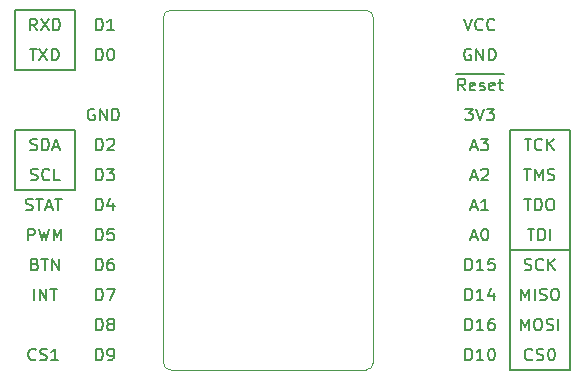
<source format=gbr>
%TF.GenerationSoftware,KiCad,Pcbnew,5.1.7+dfsg1-1~bpo10+1*%
%TF.CreationDate,Date%
%TF.ProjectId,ProMicro_TEST,50726f4d-6963-4726-9f5f-544553542e6b,v1.0*%
%TF.SameCoordinates,Original*%
%TF.FileFunction,Other,Comment*%
%FSLAX45Y45*%
G04 Gerber Fmt 4.5, Leading zero omitted, Abs format (unit mm)*
G04 Created by KiCad*
%MOMM*%
%LPD*%
G01*
G04 APERTURE LIST*
%ADD10C,0.150000*%
%TA.AperFunction,Profile*%
%ADD11C,0.100000*%
%TD*%
G04 APERTURE END LIST*
D10*
X-2814619Y1229524D02*
X-2800333Y1224762D01*
X-2776524Y1224762D01*
X-2767000Y1229524D01*
X-2762238Y1234286D01*
X-2757476Y1243810D01*
X-2757476Y1253333D01*
X-2762238Y1262857D01*
X-2767000Y1267619D01*
X-2776524Y1272381D01*
X-2795572Y1277143D01*
X-2805095Y1281905D01*
X-2809857Y1286667D01*
X-2814619Y1296191D01*
X-2814619Y1305714D01*
X-2809857Y1315238D01*
X-2805095Y1320000D01*
X-2795572Y1324762D01*
X-2771762Y1324762D01*
X-2757476Y1320000D01*
X-2728905Y1324762D02*
X-2671762Y1324762D01*
X-2700333Y1224762D02*
X-2700333Y1324762D01*
X-2643191Y1253333D02*
X-2595572Y1253333D01*
X-2652714Y1224762D02*
X-2619381Y1324762D01*
X-2586048Y1224762D01*
X-2567000Y1324762D02*
X-2509857Y1324762D01*
X-2538429Y1224762D02*
X-2538429Y1324762D01*
X-2737633Y769143D02*
X-2723348Y764381D01*
X-2718586Y759619D01*
X-2713824Y750095D01*
X-2713824Y735810D01*
X-2718586Y726286D01*
X-2723348Y721524D01*
X-2732872Y716762D01*
X-2770967Y716762D01*
X-2770967Y816762D01*
X-2737633Y816762D01*
X-2728110Y812000D01*
X-2723348Y807238D01*
X-2718586Y797714D01*
X-2718586Y788190D01*
X-2723348Y778667D01*
X-2728110Y773905D01*
X-2737633Y769143D01*
X-2770967Y769143D01*
X-2685252Y816762D02*
X-2628110Y816762D01*
X-2656681Y716762D02*
X-2656681Y816762D01*
X-2594776Y716762D02*
X-2594776Y816762D01*
X-2537633Y716762D01*
X-2537633Y816762D01*
X-2794776Y970762D02*
X-2794776Y1070762D01*
X-2756681Y1070762D01*
X-2747157Y1066000D01*
X-2742395Y1061238D01*
X-2737633Y1051714D01*
X-2737633Y1037429D01*
X-2742395Y1027905D01*
X-2747157Y1023143D01*
X-2756681Y1018381D01*
X-2794776Y1018381D01*
X-2704300Y1070762D02*
X-2680491Y970762D01*
X-2661443Y1042190D01*
X-2642395Y970762D01*
X-2618586Y1070762D01*
X-2580491Y970762D02*
X-2580491Y1070762D01*
X-2547157Y999333D01*
X-2513824Y1070762D01*
X-2513824Y970762D01*
X-2744776Y462762D02*
X-2744776Y562762D01*
X-2697157Y462762D02*
X-2697157Y562762D01*
X-2640014Y462762D01*
X-2640014Y562762D01*
X-2606681Y562762D02*
X-2549538Y562762D01*
X-2578110Y462762D02*
X-2578110Y562762D01*
X-2731286Y-35714D02*
X-2736048Y-40476D01*
X-2750333Y-45238D01*
X-2759857Y-45238D01*
X-2774143Y-40476D01*
X-2783667Y-30952D01*
X-2788429Y-21429D01*
X-2793191Y-2381D01*
X-2793191Y11905D01*
X-2788429Y30952D01*
X-2783667Y40476D01*
X-2774143Y50000D01*
X-2759857Y54762D01*
X-2750333Y54762D01*
X-2736048Y50000D01*
X-2731286Y45238D01*
X-2693191Y-40476D02*
X-2678905Y-45238D01*
X-2655095Y-45238D01*
X-2645572Y-40476D01*
X-2640810Y-35714D01*
X-2636048Y-26190D01*
X-2636048Y-16667D01*
X-2640810Y-7143D01*
X-2645572Y-2381D01*
X-2655095Y2381D01*
X-2674143Y7143D01*
X-2683667Y11905D01*
X-2688429Y16667D01*
X-2693191Y26190D01*
X-2693191Y35714D01*
X-2688429Y45238D01*
X-2683667Y50000D01*
X-2674143Y54762D01*
X-2650333Y54762D01*
X-2636048Y50000D01*
X-2540810Y-45238D02*
X-2597952Y-45238D01*
X-2569381Y-45238D02*
X-2569381Y54762D01*
X-2578905Y40476D01*
X-2588429Y30952D01*
X-2597952Y26190D01*
D11*
X127000Y2857500D02*
X127000Y-63500D01*
X-1651000Y-63500D02*
X-1651000Y2857500D01*
D10*
X-2400300Y2921000D02*
X-2400300Y2413000D01*
X-2908300Y2921000D02*
X-2400300Y2921000D01*
X-2908300Y2413000D02*
X-2908300Y2921000D01*
X-2400300Y2413000D02*
X-2908300Y2413000D01*
X-2908300Y1905000D02*
X-2400300Y1905000D01*
X-2908300Y1397000D02*
X-2908300Y1905000D01*
X-2400300Y1397000D02*
X-2908300Y1397000D01*
X-2400300Y1905000D02*
X-2400300Y1397000D01*
X1790700Y-127000D02*
X1790700Y889000D01*
X1282700Y-127000D02*
X1790700Y-127000D01*
X1282700Y889000D02*
X1282700Y-127000D01*
X1790700Y1905000D02*
X1282700Y1905000D01*
X1790700Y889000D02*
X1790700Y1905000D01*
X1282700Y889000D02*
X1790700Y889000D01*
X1282700Y1905000D02*
X1282700Y889000D01*
X1408128Y1832762D02*
X1465271Y1832762D01*
X1436700Y1732762D02*
X1436700Y1832762D01*
X1555748Y1742286D02*
X1550986Y1737524D01*
X1536700Y1732762D01*
X1527176Y1732762D01*
X1512890Y1737524D01*
X1503367Y1747048D01*
X1498605Y1756571D01*
X1493843Y1775619D01*
X1493843Y1789905D01*
X1498605Y1808952D01*
X1503367Y1818476D01*
X1512890Y1828000D01*
X1527176Y1832762D01*
X1536700Y1832762D01*
X1550986Y1828000D01*
X1555748Y1823238D01*
X1598605Y1732762D02*
X1598605Y1832762D01*
X1655748Y1732762D02*
X1612890Y1789905D01*
X1655748Y1832762D02*
X1598605Y1775619D01*
X1405748Y1324762D02*
X1462890Y1324762D01*
X1434319Y1224762D02*
X1434319Y1324762D01*
X1496224Y1224762D02*
X1496224Y1324762D01*
X1520033Y1324762D01*
X1534319Y1320000D01*
X1543843Y1310476D01*
X1548605Y1300952D01*
X1553367Y1281905D01*
X1553367Y1267619D01*
X1548605Y1248572D01*
X1543843Y1239048D01*
X1534319Y1229524D01*
X1520033Y1224762D01*
X1496224Y1224762D01*
X1615271Y1324762D02*
X1634319Y1324762D01*
X1643843Y1320000D01*
X1653367Y1310476D01*
X1658128Y1291429D01*
X1658128Y1258095D01*
X1653367Y1239048D01*
X1643843Y1229524D01*
X1634319Y1224762D01*
X1615271Y1224762D01*
X1605748Y1229524D01*
X1596224Y1239048D01*
X1591462Y1258095D01*
X1591462Y1291429D01*
X1596224Y1310476D01*
X1605748Y1320000D01*
X1615271Y1324762D01*
X1403367Y1578762D02*
X1460509Y1578762D01*
X1431938Y1478762D02*
X1431938Y1578762D01*
X1493843Y1478762D02*
X1493843Y1578762D01*
X1527176Y1507333D01*
X1560509Y1578762D01*
X1560509Y1478762D01*
X1603367Y1483524D02*
X1617652Y1478762D01*
X1641462Y1478762D01*
X1650986Y1483524D01*
X1655748Y1488286D01*
X1660509Y1497810D01*
X1660509Y1507333D01*
X1655748Y1516857D01*
X1650986Y1521619D01*
X1641462Y1526381D01*
X1622414Y1531143D01*
X1612890Y1535905D01*
X1608128Y1540667D01*
X1603367Y1550190D01*
X1603367Y1559714D01*
X1608128Y1569238D01*
X1612890Y1574000D01*
X1622414Y1578762D01*
X1646224Y1578762D01*
X1660509Y1574000D01*
X1434319Y1070762D02*
X1491462Y1070762D01*
X1462890Y970762D02*
X1462890Y1070762D01*
X1524795Y970762D02*
X1524795Y1070762D01*
X1548605Y1070762D01*
X1562890Y1066000D01*
X1572414Y1056476D01*
X1577176Y1046952D01*
X1581938Y1027905D01*
X1581938Y1013619D01*
X1577176Y994571D01*
X1572414Y985048D01*
X1562890Y975524D01*
X1548605Y970762D01*
X1524795Y970762D01*
X1624795Y970762D02*
X1624795Y1070762D01*
X1472414Y-35714D02*
X1467652Y-40476D01*
X1453367Y-45238D01*
X1443843Y-45238D01*
X1429557Y-40476D01*
X1420033Y-30952D01*
X1415271Y-21429D01*
X1410509Y-2381D01*
X1410509Y11905D01*
X1415271Y30952D01*
X1420033Y40476D01*
X1429557Y50000D01*
X1443843Y54762D01*
X1453367Y54762D01*
X1467652Y50000D01*
X1472414Y45238D01*
X1510509Y-40476D02*
X1524795Y-45238D01*
X1548605Y-45238D01*
X1558128Y-40476D01*
X1562890Y-35714D01*
X1567652Y-26190D01*
X1567652Y-16667D01*
X1562890Y-7143D01*
X1558128Y-2381D01*
X1548605Y2381D01*
X1529557Y7143D01*
X1520033Y11905D01*
X1515271Y16667D01*
X1510509Y26190D01*
X1510509Y35714D01*
X1515271Y45238D01*
X1520033Y50000D01*
X1529557Y54762D01*
X1553367Y54762D01*
X1567652Y50000D01*
X1629557Y54762D02*
X1639081Y54762D01*
X1648605Y50000D01*
X1653367Y45238D01*
X1658128Y35714D01*
X1662890Y16667D01*
X1662890Y-7143D01*
X1658128Y-26190D01*
X1653367Y-35714D01*
X1648605Y-40476D01*
X1639081Y-45238D01*
X1629557Y-45238D01*
X1620033Y-40476D01*
X1615271Y-35714D01*
X1610509Y-26190D01*
X1605748Y-7143D01*
X1605748Y16667D01*
X1610509Y35714D01*
X1615271Y45238D01*
X1620033Y50000D01*
X1629557Y54762D01*
X1379557Y462762D02*
X1379557Y562762D01*
X1412890Y491333D01*
X1446224Y562762D01*
X1446224Y462762D01*
X1493843Y462762D02*
X1493843Y562762D01*
X1536700Y467524D02*
X1550986Y462762D01*
X1574795Y462762D01*
X1584319Y467524D01*
X1589081Y472286D01*
X1593843Y481810D01*
X1593843Y491333D01*
X1589081Y500857D01*
X1584319Y505619D01*
X1574795Y510381D01*
X1555748Y515143D01*
X1546224Y519905D01*
X1541462Y524667D01*
X1536700Y534191D01*
X1536700Y543714D01*
X1541462Y553238D01*
X1546224Y558000D01*
X1555748Y562762D01*
X1579557Y562762D01*
X1593843Y558000D01*
X1655748Y562762D02*
X1674795Y562762D01*
X1684319Y558000D01*
X1693843Y548476D01*
X1698605Y529429D01*
X1698605Y496095D01*
X1693843Y477048D01*
X1684319Y467524D01*
X1674795Y462762D01*
X1655748Y462762D01*
X1646224Y467524D01*
X1636700Y477048D01*
X1631938Y496095D01*
X1631938Y529429D01*
X1636700Y548476D01*
X1646224Y558000D01*
X1655748Y562762D01*
X1379557Y208762D02*
X1379557Y308762D01*
X1412890Y237333D01*
X1446224Y308762D01*
X1446224Y208762D01*
X1512890Y308762D02*
X1531938Y308762D01*
X1541462Y304000D01*
X1550986Y294476D01*
X1555748Y275429D01*
X1555748Y242095D01*
X1550986Y223048D01*
X1541462Y213524D01*
X1531938Y208762D01*
X1512890Y208762D01*
X1503367Y213524D01*
X1493843Y223048D01*
X1489081Y242095D01*
X1489081Y275429D01*
X1493843Y294476D01*
X1503367Y304000D01*
X1512890Y308762D01*
X1593843Y213524D02*
X1608128Y208762D01*
X1631938Y208762D01*
X1641462Y213524D01*
X1646224Y218286D01*
X1650986Y227810D01*
X1650986Y237333D01*
X1646224Y246857D01*
X1641462Y251619D01*
X1631938Y256381D01*
X1612890Y261143D01*
X1603367Y265905D01*
X1598605Y270667D01*
X1593843Y280191D01*
X1593843Y289714D01*
X1598605Y299238D01*
X1603367Y304000D01*
X1612890Y308762D01*
X1636700Y308762D01*
X1650986Y304000D01*
X1693843Y208762D02*
X1693843Y308762D01*
X1408128Y721524D02*
X1422414Y716762D01*
X1446224Y716762D01*
X1455748Y721524D01*
X1460509Y726286D01*
X1465271Y735810D01*
X1465271Y745333D01*
X1460509Y754857D01*
X1455748Y759619D01*
X1446224Y764381D01*
X1427176Y769143D01*
X1417652Y773905D01*
X1412890Y778667D01*
X1408128Y788190D01*
X1408128Y797714D01*
X1412890Y807238D01*
X1417652Y812000D01*
X1427176Y816762D01*
X1450986Y816762D01*
X1465271Y812000D01*
X1565271Y726286D02*
X1560509Y721524D01*
X1546224Y716762D01*
X1536700Y716762D01*
X1522414Y721524D01*
X1512890Y731048D01*
X1508128Y740571D01*
X1503367Y759619D01*
X1503367Y773905D01*
X1508128Y792952D01*
X1512890Y802476D01*
X1522414Y812000D01*
X1536700Y816762D01*
X1546224Y816762D01*
X1560509Y812000D01*
X1565271Y807238D01*
X1608128Y716762D02*
X1608128Y816762D01*
X1665271Y716762D02*
X1622414Y773905D01*
X1665271Y816762D02*
X1608128Y759619D01*
X957271Y1253333D02*
X1004890Y1253333D01*
X947748Y1224762D02*
X981081Y1324762D01*
X1014414Y1224762D01*
X1100129Y1224762D02*
X1042986Y1224762D01*
X1071557Y1224762D02*
X1071557Y1324762D01*
X1062033Y1310476D01*
X1052510Y1300952D01*
X1042986Y1296191D01*
X904890Y2086762D02*
X966795Y2086762D01*
X933462Y2048667D01*
X947748Y2048667D01*
X957271Y2043905D01*
X962033Y2039143D01*
X966795Y2029619D01*
X966795Y2005810D01*
X962033Y1996286D01*
X957271Y1991524D01*
X947748Y1986762D01*
X919176Y1986762D01*
X909652Y1991524D01*
X904890Y1996286D01*
X995367Y2086762D02*
X1028700Y1986762D01*
X1062033Y2086762D01*
X1085843Y2086762D02*
X1147748Y2086762D01*
X1114414Y2048667D01*
X1128700Y2048667D01*
X1138224Y2043905D01*
X1142986Y2039143D01*
X1147748Y2029619D01*
X1147748Y2005810D01*
X1142986Y1996286D01*
X1138224Y1991524D01*
X1128700Y1986762D01*
X1100129Y1986762D01*
X1090605Y1991524D01*
X1085843Y1996286D01*
X952509Y2590000D02*
X942986Y2594762D01*
X928700Y2594762D01*
X914414Y2590000D01*
X904890Y2580476D01*
X900128Y2570952D01*
X895367Y2551905D01*
X895367Y2537619D01*
X900128Y2518572D01*
X904890Y2509048D01*
X914414Y2499524D01*
X928700Y2494762D01*
X938224Y2494762D01*
X952509Y2499524D01*
X957271Y2504286D01*
X957271Y2537619D01*
X938224Y2537619D01*
X1000128Y2494762D02*
X1000128Y2594762D01*
X1057271Y2494762D01*
X1057271Y2594762D01*
X1104890Y2494762D02*
X1104890Y2594762D01*
X1128700Y2594762D01*
X1142986Y2590000D01*
X1152510Y2580476D01*
X1157271Y2570952D01*
X1162033Y2551905D01*
X1162033Y2537619D01*
X1157271Y2518572D01*
X1152510Y2509048D01*
X1142986Y2499524D01*
X1128700Y2494762D01*
X1104890Y2494762D01*
X823938Y2377500D02*
X923938Y2377500D01*
X904890Y2240762D02*
X871557Y2288381D01*
X847748Y2240762D02*
X847748Y2340762D01*
X885843Y2340762D01*
X895367Y2336000D01*
X900128Y2331238D01*
X904890Y2321714D01*
X904890Y2307429D01*
X900128Y2297905D01*
X895367Y2293143D01*
X885843Y2288381D01*
X847748Y2288381D01*
X923938Y2377500D02*
X1009652Y2377500D01*
X985843Y2245524D02*
X976319Y2240762D01*
X957271Y2240762D01*
X947748Y2245524D01*
X942986Y2255048D01*
X942986Y2293143D01*
X947748Y2302667D01*
X957271Y2307429D01*
X976319Y2307429D01*
X985843Y2302667D01*
X990605Y2293143D01*
X990605Y2283619D01*
X942986Y2274095D01*
X1009652Y2377500D02*
X1090605Y2377500D01*
X1028700Y2245524D02*
X1038224Y2240762D01*
X1057271Y2240762D01*
X1066795Y2245524D01*
X1071557Y2255048D01*
X1071557Y2259810D01*
X1066795Y2269333D01*
X1057271Y2274095D01*
X1042986Y2274095D01*
X1033462Y2278857D01*
X1028700Y2288381D01*
X1028700Y2293143D01*
X1033462Y2302667D01*
X1042986Y2307429D01*
X1057271Y2307429D01*
X1066795Y2302667D01*
X1090605Y2377500D02*
X1176319Y2377500D01*
X1152510Y2245524D02*
X1142986Y2240762D01*
X1123938Y2240762D01*
X1114414Y2245524D01*
X1109652Y2255048D01*
X1109652Y2293143D01*
X1114414Y2302667D01*
X1123938Y2307429D01*
X1142986Y2307429D01*
X1152510Y2302667D01*
X1157271Y2293143D01*
X1157271Y2283619D01*
X1109652Y2274095D01*
X1176319Y2377500D02*
X1233462Y2377500D01*
X1185843Y2307429D02*
X1223938Y2307429D01*
X1200129Y2340762D02*
X1200129Y2255048D01*
X1204890Y2245524D01*
X1214414Y2240762D01*
X1223938Y2240762D01*
X907271Y-45238D02*
X907271Y54762D01*
X931081Y54762D01*
X945367Y50000D01*
X954890Y40476D01*
X959652Y30952D01*
X964414Y11905D01*
X964414Y-2381D01*
X959652Y-21429D01*
X954890Y-30952D01*
X945367Y-40476D01*
X931081Y-45238D01*
X907271Y-45238D01*
X1059652Y-45238D02*
X1002509Y-45238D01*
X1031081Y-45238D02*
X1031081Y54762D01*
X1021557Y40476D01*
X1012033Y30952D01*
X1002509Y26190D01*
X1121557Y54762D02*
X1131081Y54762D01*
X1140605Y50000D01*
X1145367Y45238D01*
X1150129Y35714D01*
X1154890Y16667D01*
X1154890Y-7143D01*
X1150129Y-26190D01*
X1145367Y-35714D01*
X1140605Y-40476D01*
X1131081Y-45238D01*
X1121557Y-45238D01*
X1112033Y-40476D01*
X1107271Y-35714D01*
X1102510Y-26190D01*
X1097748Y-7143D01*
X1097748Y16667D01*
X1102510Y35714D01*
X1107271Y45238D01*
X1112033Y50000D01*
X1121557Y54762D01*
X957271Y1507333D02*
X1004890Y1507333D01*
X947748Y1478762D02*
X981081Y1578762D01*
X1014414Y1478762D01*
X1042986Y1569238D02*
X1047748Y1574000D01*
X1057271Y1578762D01*
X1081081Y1578762D01*
X1090605Y1574000D01*
X1095367Y1569238D01*
X1100129Y1559714D01*
X1100129Y1550190D01*
X1095367Y1535905D01*
X1038224Y1478762D01*
X1100129Y1478762D01*
X895367Y2848762D02*
X928700Y2748762D01*
X962033Y2848762D01*
X1052510Y2758286D02*
X1047748Y2753524D01*
X1033462Y2748762D01*
X1023938Y2748762D01*
X1009652Y2753524D01*
X1000128Y2763048D01*
X995367Y2772572D01*
X990605Y2791619D01*
X990605Y2805905D01*
X995367Y2824952D01*
X1000128Y2834476D01*
X1009652Y2844000D01*
X1023938Y2848762D01*
X1033462Y2848762D01*
X1047748Y2844000D01*
X1052510Y2839238D01*
X1152510Y2758286D02*
X1147748Y2753524D01*
X1133462Y2748762D01*
X1123938Y2748762D01*
X1109652Y2753524D01*
X1100129Y2763048D01*
X1095367Y2772572D01*
X1090605Y2791619D01*
X1090605Y2805905D01*
X1095367Y2824952D01*
X1100129Y2834476D01*
X1109652Y2844000D01*
X1123938Y2848762D01*
X1133462Y2848762D01*
X1147748Y2844000D01*
X1152510Y2839238D01*
X907271Y462762D02*
X907271Y562762D01*
X931081Y562762D01*
X945367Y558000D01*
X954890Y548476D01*
X959652Y538952D01*
X964414Y519905D01*
X964414Y505619D01*
X959652Y486571D01*
X954890Y477048D01*
X945367Y467524D01*
X931081Y462762D01*
X907271Y462762D01*
X1059652Y462762D02*
X1002509Y462762D01*
X1031081Y462762D02*
X1031081Y562762D01*
X1021557Y548476D01*
X1012033Y538952D01*
X1002509Y534191D01*
X1145367Y529429D02*
X1145367Y462762D01*
X1121557Y567524D02*
X1097748Y496095D01*
X1159652Y496095D01*
X907271Y208762D02*
X907271Y308762D01*
X931081Y308762D01*
X945367Y304000D01*
X954890Y294476D01*
X959652Y284952D01*
X964414Y265905D01*
X964414Y251619D01*
X959652Y232571D01*
X954890Y223048D01*
X945367Y213524D01*
X931081Y208762D01*
X907271Y208762D01*
X1059652Y208762D02*
X1002509Y208762D01*
X1031081Y208762D02*
X1031081Y308762D01*
X1021557Y294476D01*
X1012033Y284952D01*
X1002509Y280191D01*
X1145367Y308762D02*
X1126319Y308762D01*
X1116795Y304000D01*
X1112033Y299238D01*
X1102510Y284952D01*
X1097748Y265905D01*
X1097748Y227810D01*
X1102510Y218286D01*
X1107271Y213524D01*
X1116795Y208762D01*
X1135843Y208762D01*
X1145367Y213524D01*
X1150129Y218286D01*
X1154890Y227810D01*
X1154890Y251619D01*
X1150129Y261143D01*
X1145367Y265905D01*
X1135843Y270667D01*
X1116795Y270667D01*
X1107271Y265905D01*
X1102510Y261143D01*
X1097748Y251619D01*
X907271Y716762D02*
X907271Y816762D01*
X931081Y816762D01*
X945367Y812000D01*
X954890Y802476D01*
X959652Y792952D01*
X964414Y773905D01*
X964414Y759619D01*
X959652Y740571D01*
X954890Y731048D01*
X945367Y721524D01*
X931081Y716762D01*
X907271Y716762D01*
X1059652Y716762D02*
X1002509Y716762D01*
X1031081Y716762D02*
X1031081Y816762D01*
X1021557Y802476D01*
X1012033Y792952D01*
X1002509Y788190D01*
X1150129Y816762D02*
X1102510Y816762D01*
X1097748Y769143D01*
X1102510Y773905D01*
X1112033Y778667D01*
X1135843Y778667D01*
X1145367Y773905D01*
X1150129Y769143D01*
X1154890Y759619D01*
X1154890Y735810D01*
X1150129Y726286D01*
X1145367Y721524D01*
X1135843Y716762D01*
X1112033Y716762D01*
X1102510Y721524D01*
X1097748Y726286D01*
X957271Y1761333D02*
X1004890Y1761333D01*
X947748Y1732762D02*
X981081Y1832762D01*
X1014414Y1732762D01*
X1038224Y1832762D02*
X1100129Y1832762D01*
X1066795Y1794667D01*
X1081081Y1794667D01*
X1090605Y1789905D01*
X1095367Y1785143D01*
X1100129Y1775619D01*
X1100129Y1751810D01*
X1095367Y1742286D01*
X1090605Y1737524D01*
X1081081Y1732762D01*
X1052510Y1732762D01*
X1042986Y1737524D01*
X1038224Y1742286D01*
X957271Y999333D02*
X1004890Y999333D01*
X947748Y970762D02*
X981081Y1070762D01*
X1014414Y970762D01*
X1066795Y1070762D02*
X1076319Y1070762D01*
X1085843Y1066000D01*
X1090605Y1061238D01*
X1095367Y1051714D01*
X1100129Y1032667D01*
X1100129Y1008857D01*
X1095367Y989810D01*
X1090605Y980286D01*
X1085843Y975524D01*
X1076319Y970762D01*
X1066795Y970762D01*
X1057271Y975524D01*
X1052510Y980286D01*
X1047748Y989810D01*
X1042986Y1008857D01*
X1042986Y1032667D01*
X1047748Y1051714D01*
X1052510Y1061238D01*
X1057271Y1066000D01*
X1066795Y1070762D01*
X-2220110Y-45238D02*
X-2220110Y54762D01*
X-2196300Y54762D01*
X-2182014Y50000D01*
X-2172491Y40476D01*
X-2167729Y30952D01*
X-2162967Y11905D01*
X-2162967Y-2381D01*
X-2167729Y-21429D01*
X-2172491Y-30952D01*
X-2182014Y-40476D01*
X-2196300Y-45238D01*
X-2220110Y-45238D01*
X-2115348Y-45238D02*
X-2096300Y-45238D01*
X-2086776Y-40476D01*
X-2082014Y-35714D01*
X-2072490Y-21429D01*
X-2067729Y-2381D01*
X-2067729Y35714D01*
X-2072490Y45238D01*
X-2077252Y50000D01*
X-2086776Y54762D01*
X-2105824Y54762D01*
X-2115348Y50000D01*
X-2120110Y45238D01*
X-2124872Y35714D01*
X-2124872Y11905D01*
X-2120110Y2381D01*
X-2115348Y-2381D01*
X-2105824Y-7143D01*
X-2086776Y-7143D01*
X-2077252Y-2381D01*
X-2072490Y2381D01*
X-2067729Y11905D01*
X-2220110Y208762D02*
X-2220110Y308762D01*
X-2196300Y308762D01*
X-2182014Y304000D01*
X-2172491Y294476D01*
X-2167729Y284952D01*
X-2162967Y265905D01*
X-2162967Y251619D01*
X-2167729Y232571D01*
X-2172491Y223048D01*
X-2182014Y213524D01*
X-2196300Y208762D01*
X-2220110Y208762D01*
X-2105824Y265905D02*
X-2115348Y270667D01*
X-2120110Y275429D01*
X-2124872Y284952D01*
X-2124872Y289714D01*
X-2120110Y299238D01*
X-2115348Y304000D01*
X-2105824Y308762D01*
X-2086776Y308762D01*
X-2077252Y304000D01*
X-2072490Y299238D01*
X-2067729Y289714D01*
X-2067729Y284952D01*
X-2072490Y275429D01*
X-2077252Y270667D01*
X-2086776Y265905D01*
X-2105824Y265905D01*
X-2115348Y261143D01*
X-2120110Y256381D01*
X-2124872Y246857D01*
X-2124872Y227810D01*
X-2120110Y218286D01*
X-2115348Y213524D01*
X-2105824Y208762D01*
X-2086776Y208762D01*
X-2077252Y213524D01*
X-2072490Y218286D01*
X-2067729Y227810D01*
X-2067729Y246857D01*
X-2072490Y256381D01*
X-2077252Y261143D01*
X-2086776Y265905D01*
X-2220110Y716762D02*
X-2220110Y816762D01*
X-2196300Y816762D01*
X-2182014Y812000D01*
X-2172491Y802476D01*
X-2167729Y792952D01*
X-2162967Y773905D01*
X-2162967Y759619D01*
X-2167729Y740571D01*
X-2172491Y731048D01*
X-2182014Y721524D01*
X-2196300Y716762D01*
X-2220110Y716762D01*
X-2077252Y816762D02*
X-2096300Y816762D01*
X-2105824Y812000D01*
X-2110586Y807238D01*
X-2120110Y792952D01*
X-2124872Y773905D01*
X-2124872Y735810D01*
X-2120110Y726286D01*
X-2115348Y721524D01*
X-2105824Y716762D01*
X-2086776Y716762D01*
X-2077252Y721524D01*
X-2072490Y726286D01*
X-2067729Y735810D01*
X-2067729Y759619D01*
X-2072490Y769143D01*
X-2077252Y773905D01*
X-2086776Y778667D01*
X-2105824Y778667D01*
X-2115348Y773905D01*
X-2120110Y769143D01*
X-2124872Y759619D01*
X-2220110Y462762D02*
X-2220110Y562762D01*
X-2196300Y562762D01*
X-2182014Y558000D01*
X-2172491Y548476D01*
X-2167729Y538952D01*
X-2162967Y519905D01*
X-2162967Y505619D01*
X-2167729Y486571D01*
X-2172491Y477048D01*
X-2182014Y467524D01*
X-2196300Y462762D01*
X-2220110Y462762D01*
X-2129633Y562762D02*
X-2062967Y562762D01*
X-2105824Y462762D01*
X-2220110Y970762D02*
X-2220110Y1070762D01*
X-2196300Y1070762D01*
X-2182014Y1066000D01*
X-2172491Y1056476D01*
X-2167729Y1046952D01*
X-2162967Y1027905D01*
X-2162967Y1013619D01*
X-2167729Y994571D01*
X-2172491Y985048D01*
X-2182014Y975524D01*
X-2196300Y970762D01*
X-2220110Y970762D01*
X-2072490Y1070762D02*
X-2120110Y1070762D01*
X-2124872Y1023143D01*
X-2120110Y1027905D01*
X-2110586Y1032667D01*
X-2086776Y1032667D01*
X-2077252Y1027905D01*
X-2072490Y1023143D01*
X-2067729Y1013619D01*
X-2067729Y989810D01*
X-2072490Y980286D01*
X-2077252Y975524D01*
X-2086776Y970762D01*
X-2110586Y970762D01*
X-2120110Y975524D01*
X-2124872Y980286D01*
X-2220110Y1224762D02*
X-2220110Y1324762D01*
X-2196300Y1324762D01*
X-2182014Y1320000D01*
X-2172491Y1310476D01*
X-2167729Y1300952D01*
X-2162967Y1281905D01*
X-2162967Y1267619D01*
X-2167729Y1248572D01*
X-2172491Y1239048D01*
X-2182014Y1229524D01*
X-2196300Y1224762D01*
X-2220110Y1224762D01*
X-2077252Y1291429D02*
X-2077252Y1224762D01*
X-2101062Y1329524D02*
X-2124872Y1258095D01*
X-2062967Y1258095D01*
X-2773348Y1483524D02*
X-2759062Y1478762D01*
X-2735252Y1478762D01*
X-2725729Y1483524D01*
X-2720967Y1488286D01*
X-2716205Y1497810D01*
X-2716205Y1507333D01*
X-2720967Y1516857D01*
X-2725729Y1521619D01*
X-2735252Y1526381D01*
X-2754300Y1531143D01*
X-2763824Y1535905D01*
X-2768586Y1540667D01*
X-2773348Y1550190D01*
X-2773348Y1559714D01*
X-2768586Y1569238D01*
X-2763824Y1574000D01*
X-2754300Y1578762D01*
X-2730491Y1578762D01*
X-2716205Y1574000D01*
X-2616205Y1488286D02*
X-2620967Y1483524D01*
X-2635252Y1478762D01*
X-2644776Y1478762D01*
X-2659062Y1483524D01*
X-2668586Y1493048D01*
X-2673348Y1502571D01*
X-2678110Y1521619D01*
X-2678110Y1535905D01*
X-2673348Y1554952D01*
X-2668586Y1564476D01*
X-2659062Y1574000D01*
X-2644776Y1578762D01*
X-2635252Y1578762D01*
X-2620967Y1574000D01*
X-2616205Y1569238D01*
X-2525729Y1478762D02*
X-2573348Y1478762D01*
X-2573348Y1578762D01*
X-2775729Y1737524D02*
X-2761443Y1732762D01*
X-2737633Y1732762D01*
X-2728110Y1737524D01*
X-2723348Y1742286D01*
X-2718586Y1751810D01*
X-2718586Y1761333D01*
X-2723348Y1770857D01*
X-2728110Y1775619D01*
X-2737633Y1780381D01*
X-2756681Y1785143D01*
X-2766205Y1789905D01*
X-2770967Y1794667D01*
X-2775729Y1804190D01*
X-2775729Y1813714D01*
X-2770967Y1823238D01*
X-2766205Y1828000D01*
X-2756681Y1832762D01*
X-2732872Y1832762D01*
X-2718586Y1828000D01*
X-2675729Y1732762D02*
X-2675729Y1832762D01*
X-2651919Y1832762D01*
X-2637633Y1828000D01*
X-2628110Y1818476D01*
X-2623348Y1808952D01*
X-2618586Y1789905D01*
X-2618586Y1775619D01*
X-2623348Y1756571D01*
X-2628110Y1747048D01*
X-2637633Y1737524D01*
X-2651919Y1732762D01*
X-2675729Y1732762D01*
X-2580491Y1761333D02*
X-2532872Y1761333D01*
X-2590014Y1732762D02*
X-2556681Y1832762D01*
X-2523348Y1732762D01*
X-2220110Y1478762D02*
X-2220110Y1578762D01*
X-2196300Y1578762D01*
X-2182014Y1574000D01*
X-2172491Y1564476D01*
X-2167729Y1554952D01*
X-2162967Y1535905D01*
X-2162967Y1521619D01*
X-2167729Y1502571D01*
X-2172491Y1493048D01*
X-2182014Y1483524D01*
X-2196300Y1478762D01*
X-2220110Y1478762D01*
X-2129633Y1578762D02*
X-2067729Y1578762D01*
X-2101062Y1540667D01*
X-2086776Y1540667D01*
X-2077252Y1535905D01*
X-2072490Y1531143D01*
X-2067729Y1521619D01*
X-2067729Y1497810D01*
X-2072490Y1488286D01*
X-2077252Y1483524D01*
X-2086776Y1478762D01*
X-2115348Y1478762D01*
X-2124872Y1483524D01*
X-2129633Y1488286D01*
X-2220110Y1732762D02*
X-2220110Y1832762D01*
X-2196300Y1832762D01*
X-2182014Y1828000D01*
X-2172491Y1818476D01*
X-2167729Y1808952D01*
X-2162967Y1789905D01*
X-2162967Y1775619D01*
X-2167729Y1756571D01*
X-2172491Y1747048D01*
X-2182014Y1737524D01*
X-2196300Y1732762D01*
X-2220110Y1732762D01*
X-2124872Y1823238D02*
X-2120110Y1828000D01*
X-2110586Y1832762D01*
X-2086776Y1832762D01*
X-2077252Y1828000D01*
X-2072490Y1823238D01*
X-2067729Y1813714D01*
X-2067729Y1804190D01*
X-2072490Y1789905D01*
X-2129633Y1732762D01*
X-2067729Y1732762D01*
X-2235191Y2082000D02*
X-2244714Y2086762D01*
X-2259000Y2086762D01*
X-2273286Y2082000D01*
X-2282810Y2072476D01*
X-2287572Y2062952D01*
X-2292333Y2043905D01*
X-2292333Y2029619D01*
X-2287572Y2010571D01*
X-2282810Y2001048D01*
X-2273286Y1991524D01*
X-2259000Y1986762D01*
X-2249476Y1986762D01*
X-2235191Y1991524D01*
X-2230429Y1996286D01*
X-2230429Y2029619D01*
X-2249476Y2029619D01*
X-2187572Y1986762D02*
X-2187572Y2086762D01*
X-2130429Y1986762D01*
X-2130429Y2086762D01*
X-2082810Y1986762D02*
X-2082810Y2086762D01*
X-2059000Y2086762D01*
X-2044714Y2082000D01*
X-2035190Y2072476D01*
X-2030429Y2062952D01*
X-2025667Y2043905D01*
X-2025667Y2029619D01*
X-2030429Y2010571D01*
X-2035190Y2001048D01*
X-2044714Y1991524D01*
X-2059000Y1986762D01*
X-2082810Y1986762D01*
X-2780491Y2594762D02*
X-2723348Y2594762D01*
X-2751919Y2494762D02*
X-2751919Y2594762D01*
X-2699538Y2594762D02*
X-2632872Y2494762D01*
X-2632872Y2594762D02*
X-2699538Y2494762D01*
X-2594776Y2494762D02*
X-2594776Y2594762D01*
X-2570967Y2594762D01*
X-2556681Y2590000D01*
X-2547157Y2580476D01*
X-2542395Y2570952D01*
X-2537633Y2551905D01*
X-2537633Y2537619D01*
X-2542395Y2518572D01*
X-2547157Y2509048D01*
X-2556681Y2499524D01*
X-2570967Y2494762D01*
X-2594776Y2494762D01*
X-2720967Y2748762D02*
X-2754300Y2796381D01*
X-2778110Y2748762D02*
X-2778110Y2848762D01*
X-2740014Y2848762D01*
X-2730491Y2844000D01*
X-2725729Y2839238D01*
X-2720967Y2829714D01*
X-2720967Y2815429D01*
X-2725729Y2805905D01*
X-2730491Y2801143D01*
X-2740014Y2796381D01*
X-2778110Y2796381D01*
X-2687633Y2848762D02*
X-2620967Y2748762D01*
X-2620967Y2848762D02*
X-2687633Y2748762D01*
X-2582872Y2748762D02*
X-2582872Y2848762D01*
X-2559062Y2848762D01*
X-2544776Y2844000D01*
X-2535252Y2834476D01*
X-2530491Y2824952D01*
X-2525729Y2805905D01*
X-2525729Y2791619D01*
X-2530491Y2772572D01*
X-2535252Y2763048D01*
X-2544776Y2753524D01*
X-2559062Y2748762D01*
X-2582872Y2748762D01*
X-2220110Y2748762D02*
X-2220110Y2848762D01*
X-2196300Y2848762D01*
X-2182014Y2844000D01*
X-2172491Y2834476D01*
X-2167729Y2824952D01*
X-2162967Y2805905D01*
X-2162967Y2791619D01*
X-2167729Y2772572D01*
X-2172491Y2763048D01*
X-2182014Y2753524D01*
X-2196300Y2748762D01*
X-2220110Y2748762D01*
X-2067729Y2748762D02*
X-2124872Y2748762D01*
X-2096300Y2748762D02*
X-2096300Y2848762D01*
X-2105824Y2834476D01*
X-2115348Y2824952D01*
X-2124872Y2820190D01*
X-2220110Y2494762D02*
X-2220110Y2594762D01*
X-2196300Y2594762D01*
X-2182014Y2590000D01*
X-2172491Y2580476D01*
X-2167729Y2570952D01*
X-2162967Y2551905D01*
X-2162967Y2537619D01*
X-2167729Y2518572D01*
X-2172491Y2509048D01*
X-2182014Y2499524D01*
X-2196300Y2494762D01*
X-2220110Y2494762D01*
X-2101062Y2594762D02*
X-2091538Y2594762D01*
X-2082014Y2590000D01*
X-2077252Y2585238D01*
X-2072490Y2575714D01*
X-2067729Y2556667D01*
X-2067729Y2532857D01*
X-2072490Y2513810D01*
X-2077252Y2504286D01*
X-2082014Y2499524D01*
X-2091538Y2494762D01*
X-2101062Y2494762D01*
X-2110586Y2499524D01*
X-2115348Y2504286D01*
X-2120110Y2513810D01*
X-2124872Y2532857D01*
X-2124872Y2556667D01*
X-2120110Y2575714D01*
X-2115348Y2585238D01*
X-2110586Y2590000D01*
X-2101062Y2594762D01*
D11*
X-1587500Y-127000D02*
G75*
G02*
X-1651000Y-63500I0J63500D01*
G01*
X127000Y-63500D02*
G75*
G02*
X63500Y-127000I-63500J0D01*
G01*
X63500Y2921000D02*
G75*
G02*
X127000Y2857500I0J-63500D01*
G01*
X-1651000Y2857500D02*
G75*
G02*
X-1587500Y2921000I63500J0D01*
G01*
X63500Y-127000D02*
X-1587500Y-127000D01*
X-1587500Y2921000D02*
X63500Y2921000D01*
M02*

</source>
